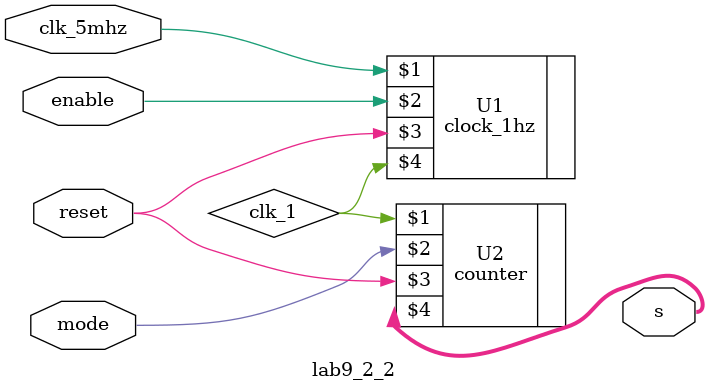
<source format=v>
`timescale 1ns / 1ps


module lab9_2_2(
    input clk_5mhz,enable,reset,mode,
    output [7:0]s
    );
       wire clk_1;
       wire [2:0]s1;
       clock_1hz U1 (clk_5mhz,enable,reset,clk_1);
       counter U2 (clk_1,mode,reset,s);
       //decoder U3 (s1,s);
endmodule

</source>
